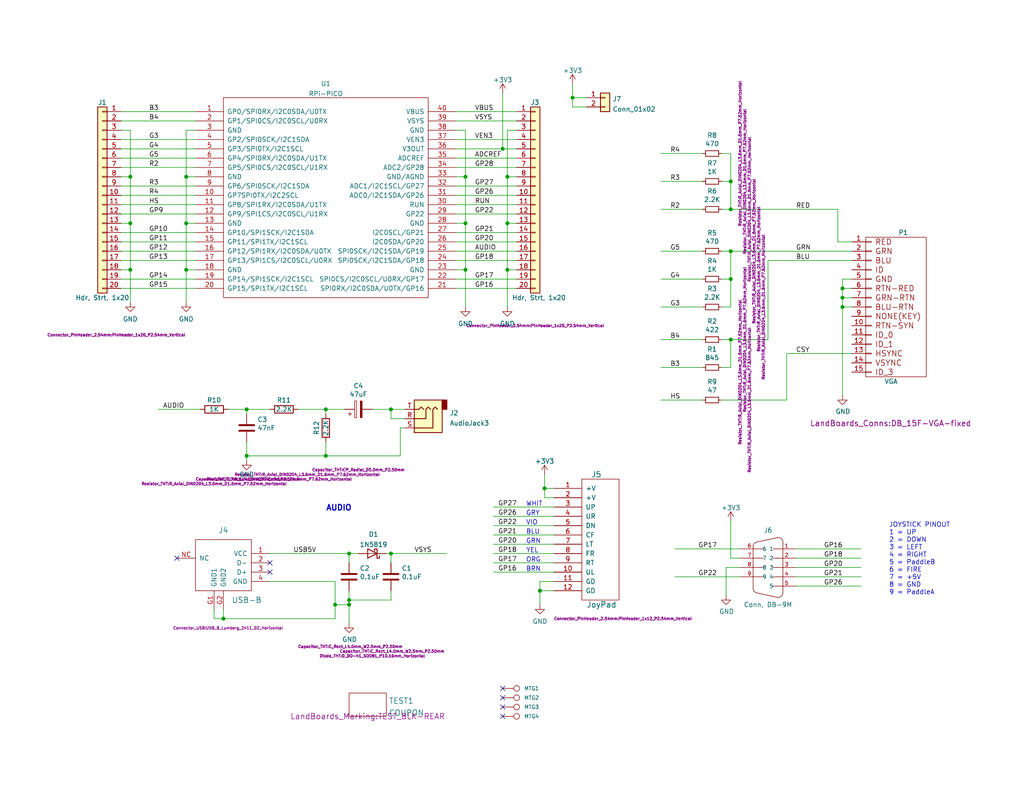
<source format=kicad_sch>
(kicad_sch (version 20211123) (generator eeschema)
  (paper "A")
  (title_block (title "PicoVGA01") (date "2022-07-18") (rev "1") (company "land-boards.com"))
  (lib_symbols
    (symbol "Connector:AudioJack3"
      (property "Reference" "J" (at 0 8.89 0))
      (property "Value" "AudioJack3" (at 0 6.35 0))
      (symbol "AudioJack3_0_1"
        (rectangle (start -5.08 -5.08) (end -6.35 -2.54) (stroke (width 0.254)) (fill (type outline)))
        (polyline (pts (xy 0 -2.54) (xy 0.635 -3.175) (xy 1.27 -2.54) (xy 2.54 -2.54)) (stroke (width 0.254)))
        (polyline (pts (xy -1.905 -2.54) (xy -1.27 -3.175) (xy -0.635 -2.54) (xy -0.635 0) (xy 2.54 0)) (stroke (width 0.254)))
        (polyline (pts (xy 2.54 2.54) (xy -2.54 2.54) (xy -2.54 -2.54) (xy -3.175 -3.175) (xy -3.81 -2.54)) (stroke (width 0.254)))
        (rectangle (start 2.54 3.81) (end -5.08 -5.08) (stroke (width 0.254)) (fill (type background)))
      )
      (symbol "AudioJack3_1_1"
        (pin passive line (at 5.08 0 180) (length 2.54) (name "~") (number "R"))
        (pin passive line (at 5.08 2.54 180) (length 2.54) (name "~") (number "S"))
        (pin passive line (at 5.08 -2.54 180) (length 2.54) (name "~") (number "T"))
      )
    )
    (symbol "Connector_Generic:Conn_01x02" (pin_names (offset 1.016) hide)
      (property "Reference" "J" (at 0 2.54 0))
      (property "Value" "Conn_01x02" (at 0 -5.08 0))
      (symbol "Conn_01x02_1_1"
        (rectangle (start -1.27 -2.413) (end 0 -2.667) (stroke (width 0.1524)))
        (rectangle (start -1.27 0.127) (end 0 -0.127) (stroke (width 0.1524)))
        (rectangle (start -1.27 1.27) (end 1.27 -3.81) (stroke (width 0.254)) (fill (type background)))
        (pin passive line (at -5.08 0 0) (length 3.81) (name "Pin_1") (number "1"))
        (pin passive line (at -5.08 -2.54 0) (length 3.81) (name "Pin_2") (number "2"))
      )
    )
    (symbol "Connector_Generic:Conn_01x20" (pin_names (offset 1.016) hide)
      (property "Reference" "J" (at 0 25.4 0))
      (property "Value" "Conn_01x20" (at 0 -27.94 0))
      (symbol "Conn_01x20_1_1"
        (rectangle (start -1.27 -25.273) (end 0 -25.527) (stroke (width 0.1524)))
        (rectangle (start -1.27 -22.733) (end 0 -22.987) (stroke (width 0.1524)))
        (rectangle (start -1.27 -20.193) (end 0 -20.447) (stroke (width 0.1524)))
        (rectangle (start -1.27 -17.653) (end 0 -17.907) (stroke (width 0.1524)))
        (rectangle (start -1.27 -15.113) (end 0 -15.367) (stroke (width 0.1524)))
        (rectangle (start -1.27 -12.573) (end 0 -12.827) (stroke (width 0.1524)))
        (rectangle (start -1.27 -10.033) (end 0 -10.287) (stroke (width 0.1524)))
        (rectangle (start -1.27 -7.493) (end 0 -7.747) (stroke (width 0.1524)))
        (rectangle (start -1.27 -4.953) (end 0 -5.207) (stroke (width 0.1524)))
        (rectangle (start -1.27 -2.413) (end 0 -2.667) (stroke (width 0.1524)))
        (rectangle (start -1.27 0.127) (end 0 -0.127) (stroke (width 0.1524)))
        (rectangle (start -1.27 2.667) (end 0 2.413) (stroke (width 0.1524)))
        (rectangle (start -1.27 5.207) (end 0 4.953) (stroke (width 0.1524)))
        (rectangle (start -1.27 7.747) (end 0 7.493) (stroke (width 0.1524)))
        (rectangle (start -1.27 10.287) (end 0 10.033) (stroke (width 0.1524)))
        (rectangle (start -1.27 12.827) (end 0 12.573) (stroke (width 0.1524)))
        (rectangle (start -1.27 15.367) (end 0 15.113) (stroke (width 0.1524)))
        (rectangle (start -1.27 17.907) (end 0 17.653) (stroke (width 0.1524)))
        (rectangle (start -1.27 20.447) (end 0 20.193) (stroke (width 0.1524)))
        (rectangle (start -1.27 22.987) (end 0 22.733) (stroke (width 0.1524)))
        (rectangle (start -1.27 24.13) (end 1.27 -26.67) (stroke (width 0.254)) (fill (type background)))
        (pin passive line (at -5.08 22.86 0) (length 3.81) (name "Pin_1") (number "1"))
        (pin passive line (at -5.08 0 0) (length 3.81) (name "Pin_10") (number "10"))
        (pin passive line (at -5.08 -2.54 0) (length 3.81) (name "Pin_11") (number "11"))
        (pin passive line (at -5.08 -5.08 0) (length 3.81) (name "Pin_12") (number "12"))
        (pin passive line (at -5.08 -7.62 0) (length 3.81) (name "Pin_13") (number "13"))
        (pin passive line (at -5.08 -10.16 0) (length 3.81) (name "Pin_14") (number "14"))
        (pin passive line (at -5.08 -12.7 0) (length 3.81) (name "Pin_15") (number "15"))
        (pin passive line (at -5.08 -15.24 0) (length 3.81) (name "Pin_16") (number "16"))
        (pin passive line (at -5.08 -17.78 0) (length 3.81) (name "Pin_17") (number "17"))
        (pin passive line (at -5.08 -20.32 0) (length 3.81) (name "Pin_18") (number "18"))
        (pin passive line (at -5.08 -22.86 0) (length 3.81) (name "Pin_19") (number "19"))
        (pin passive line (at -5.08 20.32 0) (length 3.81) (name "Pin_2") (number "2"))
        (pin passive line (at -5.08 -25.4 0) (length 3.81) (name "Pin_20") (number "20"))
        (pin passive line (at -5.08 17.78 0) (length 3.81) (name "Pin_3") (number "3"))
        (pin passive line (at -5.08 15.24 0) (length 3.81) (name "Pin_4") (number "4"))
        (pin passive line (at -5.08 12.7 0) (length 3.81) (name "Pin_5") (number "5"))
        (pin passive line (at -5.08 10.16 0) (length 3.81) (name "Pin_6") (number "6"))
        (pin passive line (at -5.08 7.62 0) (length 3.81) (name "Pin_7") (number "7"))
        (pin passive line (at -5.08 5.08 0) (length 3.81) (name "Pin_8") (number "8"))
        (pin passive line (at -5.08 2.54 0) (length 3.81) (name "Pin_9") (number "9"))
      )
    )
    (symbol "Device:C" (pin_numbers hide) (pin_names (offset 0.254))
      (property "Reference" "C" (at 0.635 2.54 0))
      (property "Value" "C" (at 0.635 -2.54 0))
      (symbol "C_0_1"
        (polyline (pts (xy -2.032 -0.762) (xy 2.032 -0.762)) (stroke (width 0.508)))
        (polyline (pts (xy -2.032 0.762) (xy 2.032 0.762)) (stroke (width 0.508)))
      )
      (symbol "C_1_1"
        (pin passive line (at 0 3.81 270) (length 2.794) (name "~") (number "1"))
        (pin passive line (at 0 -3.81 90) (length 2.794) (name "~") (number "2"))
      )
    )
    (symbol "Device:C_Polarized" (pin_numbers hide) (pin_names (offset 0.254))
      (property "Reference" "C" (at 0.635 2.54 0))
      (property "Value" "C_Polarized" (at 0.635 -2.54 0))
      (symbol "C_Polarized_0_1"
        (rectangle (start -2.286 0.508) (end 2.286 1.016))
        (polyline (pts (xy -1.778 2.286) (xy -0.762 2.286)))
        (polyline (pts (xy -1.27 2.794) (xy -1.27 1.778)))
        (rectangle (start 2.286 -0.508) (end -2.286 -1.016) (fill (type outline)))
      )
      (symbol "C_Polarized_1_1"
        (pin passive line (at 0 3.81 270) (length 2.794) (name "~") (number "1"))
        (pin passive line (at 0 -3.81 90) (length 2.794) (name "~") (number "2"))
      )
    )
    (symbol "Device:D_Schottky" (pin_numbers hide) (pin_names (offset 1.016) hide)
      (property "Reference" "D" (at 0 2.54 0))
      (property "Value" "D_Schottky" (at 0 -2.54 0))
      (symbol "D_Schottky_0_1"
        (polyline (pts (xy 1.27 0) (xy -1.27 0)))
        (polyline (pts (xy 1.27 1.27) (xy 1.27 -1.27) (xy -1.27 0) (xy 1.27 1.27)) (stroke (width 0.254)))
        (polyline (pts (xy -1.905 0.635) (xy -1.905 1.27) (xy -1.27 1.27) (xy -1.27 -1.27) (xy -0.635 -1.27) (xy -0.635 -0.635)) (stroke (width 0.254)))
      )
      (symbol "D_Schottky_1_1"
        (pin passive line (at -3.81 0 0) (length 2.54) (name "K") (number "1"))
        (pin passive line (at 3.81 0 180) (length 2.54) (name "A") (number "2"))
      )
    )
    (symbol "Device:R" (pin_numbers hide) (pin_names (offset 0))
      (property "Reference" "R" (at 2.032 0 90))
      (property "Value" "R" (at 0 0 90))
      (symbol "R_0_1"
        (rectangle (start -1.016 -2.54) (end 1.016 2.54) (stroke (width 0.254)))
      )
      (symbol "R_1_1"
        (pin passive line (at 0 3.81 270) (length 1.27) (name "~") (number "1"))
        (pin passive line (at 0 -3.81 90) (length 1.27) (name "~") (number "2"))
      )
    )
    (symbol "Device:R_Small" (pin_numbers hide) (pin_names (offset 0.254) hide)
      (property "Reference" "R" (at 0.762 0.508 0))
      (property "Value" "R_Small" (at 0.762 -1.016 0))
      (symbol "R_Small_0_1"
        (rectangle (start -0.762 1.778) (end 0.762 -1.778) (stroke (width 0.2032)))
      )
      (symbol "R_Small_1_1"
        (pin passive line (at 0 2.54 270) (length 0.762) (name "~") (number "1"))
        (pin passive line (at 0 -2.54 90) (length 0.762) (name "~") (number "2"))
      )
    )
    (symbol "LandBoards:COUPON" (pin_names (offset 1.016))
      (property "Reference" "COUP?" (at 0 0 0))
      (property "Value" "COUPON" (at 0 0 0))
      (symbol "COUPON_0_1"
        (rectangle (start -5.08 0) (end 5.08 6.35))
      )
    )
    (symbol "LandBoards_Cards:JoyPad" (pin_names (offset 1.016))
      (property "Reference" "BRD" (at 1.27 17.78 0))
      (property "Value" "JoyPad" (at 0 -17.78 0))
      (symbol "JoyPad_0_0"
        (rectangle (start -5.08 16.51) (end 5.08 -16.51))
      )
      (symbol "JoyPad_1_1"
        (pin power_in line (at 12.7 13.97 180) (length 7.62) (name "+V") (number "1"))
        (pin output line (at 12.7 -8.89 180) (length 7.62) (name "UL") (number "10"))
        (pin power_in line (at 12.7 -11.43 180) (length 7.62) (name "GD") (number "11"))
        (pin power_in line (at 12.7 -13.97 180) (length 7.62) (name "GD") (number "12"))
        (pin power_in line (at 12.7 11.43 180) (length 7.62) (name "+V") (number "2"))
        (pin output line (at 12.7 8.89 180) (length 7.62) (name "UP") (number "3"))
        (pin output line (at 12.7 6.35 180) (length 7.62) (name "UR") (number "4"))
        (pin output line (at 12.7 3.81 180) (length 7.62) (name "DN") (number "5"))
        (pin output line (at 12.7 1.27 180) (length 7.62) (name "CF") (number "6"))
        (pin output line (at 12.7 -1.27 180) (length 7.62) (name "LT") (number "7"))
        (pin output line (at 12.7 -3.81 180) (length 7.62) (name "FR") (number "8"))
        (pin output line (at 12.7 -6.35 180) (length 7.62) (name "RT") (number "9"))
      )
    )
    (symbol "LandBoards_Conns:USB-B" (pin_names (offset 1.016))
      (property "Reference" "J" (at 2.54 19.05 0))
      (property "Value" "LandBoards_Conns_USB-B" (at 5.08 2.54 0))
      (symbol "USB-B_0_1"
        (rectangle (start -8.89 3.81) (end 6.35 17.78))
      )
      (symbol "USB-B_1_1"
        (pin power_out line (at 11.43 13.97 180) (length 5.08) (name "VCC") (number "1"))
        (pin bidirectional line (at 11.43 11.43 180) (length 5.08) (name "D-") (number "2"))
        (pin bidirectional line (at 11.43 8.89 180) (length 5.08) (name "D+") (number "3"))
        (pin power_out line (at 11.43 6.35 180) (length 5.08) (name "GND") (number "4"))
        (pin passive line (at -3.81 -1.27 90) (length 5.08) (name "GND1") (number "G1"))
        (pin passive line (at -1.27 -1.27 90) (length 5.08) (name "GND2") (number "G2"))
        (pin power_in line (at -13.97 12.7 0) (length 5.08) (name "NC") (number "NC"))
      )
    )
    (symbol "LandBoards_Conns:VGA" (pin_names (offset 1.016) hide)
      (property "Reference" "P" (at -6.35 20.32 0))
      (property "Value" "VGA" (at -1.27 -20.32 0))
      (symbol "VGA_0_0"
        (text "BLU" (at -5.08 12.7 0) (effects (font (size 1.524 1.524)) (justify left)))
        (text "BLU-RTN" (at -5.08 0 0) (effects (font (size 1.524 1.524)) (justify left)))
        (text "GND" (at -5.08 7.62 0) (effects (font (size 1.524 1.524)) (justify left)))
        (text "GRN" (at -5.08 15.24 0) (effects (font (size 1.524 1.524)) (justify left)))
        (text "GRN-RTN" (at -5.08 2.54 0) (effects (font (size 1.524 1.524)) (justify left)))
        (text "HSYNC" (at -5.08 -12.7 0) (effects (font (size 1.524 1.524)) (justify left)))
        (text "ID" (at -5.08 10.16 0) (effects (font (size 1.524 1.524)) (justify left)))
        (text "ID_0" (at -5.08 -7.62 0) (effects (font (size 1.524 1.524)) (justify left)))
        (text "ID_1" (at -5.08 -10.16 0) (effects (font (size 1.524 1.524)) (justify left)))
        (text "ID_3" (at -5.08 -17.78 0) (effects (font (size 1.524 1.524)) (justify left)))
        (text "NONE(KEY)" (at -5.08 -2.54 0) (effects (font (size 1.524 1.524)) (justify left)))
        (text "RED" (at -5.08 17.78 0) (effects (font (size 1.524 1.524)) (justify left)))
        (text "RTN-RED" (at -5.08 5.08 0) (effects (font (size 1.524 1.524)) (justify left)))
        (text "RTN-SYN" (at -5.08 -5.08 0) (effects (font (size 1.524 1.524)) (justify left)))
        (text "VSYNC" (at -5.08 -15.24 0) (effects (font (size 1.524 1.524)) (justify left)))
      )
      (symbol "VGA_0_1"
        (rectangle (start -7.62 -17.653) (end -6.096 -17.907))
        (rectangle (start -7.62 -15.113) (end -6.096 -15.367))
        (rectangle (start -7.62 -12.573) (end -6.096 -12.827))
        (rectangle (start -7.62 -10.033) (end -6.096 -10.287))
        (rectangle (start -7.62 -7.493) (end -6.096 -7.747))
        (rectangle (start -7.62 -4.953) (end -6.096 -5.207))
        (rectangle (start -7.62 -2.413) (end -6.096 -2.667))
        (rectangle (start -7.62 0.127) (end -6.096 -0.127))
        (rectangle (start -7.62 2.667) (end -6.096 2.413))
        (rectangle (start -7.62 5.207) (end -6.096 4.953))
        (rectangle (start -7.62 7.747) (end -6.096 7.493))
        (rectangle (start -7.62 10.287) (end -6.096 10.033))
        (rectangle (start -7.62 12.827) (end -6.096 12.573))
        (rectangle (start -7.62 15.367) (end -6.096 15.113))
        (rectangle (start -7.62 17.907) (end -6.096 17.653))
        (rectangle (start -7.62 19.05) (end 8.89 -19.05))
      )
      (symbol "VGA_1_1"
        (pin passive line (at -11.43 17.78 0) (length 3.81) (name "P1") (number "1"))
        (pin passive line (at -11.43 -5.08 0) (length 3.81) (name "P10") (number "10"))
        (pin passive line (at -11.43 -7.62 0) (length 3.81) (name "P11") (number "11"))
        (pin passive line (at -11.43 -10.16 0) (length 3.81) (name "P12") (number "12"))
        (pin passive line (at -11.43 -12.7 0) (length 3.81) (name "P13") (number "13"))
        (pin passive line (at -11.43 -15.24 0) (length 3.81) (name "P14") (number "14"))
        (pin passive line (at -11.43 -17.78 0) (length 3.81) (name "P15") (number "15"))
        (pin passive line (at -11.43 15.24 0) (length 3.81) (name "P2") (number "2"))
        (pin passive line (at -11.43 12.7 0) (length 3.81) (name "P3") (number "3"))
        (pin passive line (at -11.43 10.16 0) (length 3.81) (name "P4") (number "4"))
        (pin passive line (at -11.43 7.62 0) (length 3.81) (name "P5") (number "5"))
        (pin passive line (at -11.43 5.08 0) (length 3.81) (name "P6") (number "6"))
        (pin passive line (at -11.43 2.54 0) (length 3.81) (name "P7") (number "7"))
        (pin passive line (at -11.43 0 0) (length 3.81) (name "P8") (number "8"))
        (pin passive line (at -11.43 -2.54 0) (length 3.81) (name "P9") (number "9"))
      )
    )
    (symbol "LandBoards_Semis:RPi-PICO" (pin_names (offset 1.016))
      (property "Reference" "U" (at 0 29.21 0))
      (property "Value" "RPi-PICO" (at 8.89 -30.48 0))
      (symbol "RPi-PICO_1_0"
        (rectangle (start -29.21 -29.21) (end 26.67 25.4))
      )
      (symbol "RPi-PICO_1_1"
        (pin bidirectional line (at -36.83 21.59 0) (length 7.62) (name "GP0/SPI0RX/I2C0SDA/U0TX") (number "1"))
        (pin bidirectional line (at -36.83 -1.27 0) (length 7.62) (name "GP7SPI0TX/I2C2SCL") (number "10"))
        (pin bidirectional line (at -36.83 -3.81 0) (length 7.62) (name "GP8/SPI1RX/I2C0SDA/U1TX") (number "11"))
        (pin bidirectional line (at -36.83 -6.35 0) (length 7.62) (name "GP9/SPI1CS/I2C0SCL/U1RX") (number "12"))
        (pin power_in line (at -36.83 -8.89 0) (length 7.62) (name "GND") (number "13"))
        (pin bidirectional line (at -36.83 -11.43 0) (length 7.62) (name "GP10/SPI1SCK/I2C1SDA") (number "14"))
        (pin bidirectional line (at -36.83 -13.97 0) (length 7.62) (name "GP11/SPI1TX/I2C1SCL") (number "15"))
        (pin bidirectional line (at -36.83 -16.51 0) (length 7.62) (name "GP12/SPI1RX/I2C0SDA/U0TX") (number "16"))
        (pin bidirectional line (at -36.83 -19.05 0) (length 7.62) (name "GP13/SPI1CS/I2C0SCL/U0RX") (number "17"))
        (pin power_in line (at -36.83 -21.59 0) (length 7.62) (name "GND") (number "18"))
        (pin bidirectional line (at -36.83 -24.13 0) (length 7.62) (name "GP14/SPI1SCK/I2C1SCL") (number "19"))
        (pin bidirectional line (at -36.83 19.05 0) (length 7.62) (name "GP1/SPI0CS/I2C0SCL/U0RX") (number "2"))
        (pin bidirectional line (at -36.83 -26.67 0) (length 7.62) (name "GP15/SPI1TX/I2C1SCL") (number "20"))
        (pin bidirectional line (at 34.29 -26.67 180) (length 7.62) (name "SPI0RX/I2C0SDA/U0TX/GP16") (number "21"))
        (pin bidirectional line (at 34.29 -24.13 180) (length 7.62) (name "SPI0CS/I2C0SCL/U0RX/GP17") (number "22"))
        (pin power_in line (at 34.29 -21.59 180) (length 7.62) (name "GND") (number "23"))
        (pin bidirectional line (at 34.29 -19.05 180) (length 7.62) (name "SPI0SCK/I2C1SDA/GP18") (number "24"))
        (pin bidirectional line (at 34.29 -16.51 180) (length 7.62) (name "SPI0SCK/I2C1SDA/GP19") (number "25"))
        (pin bidirectional line (at 34.29 -13.97 180) (length 7.62) (name "I2C0SDA/GP20") (number "26"))
        (pin bidirectional line (at 34.29 -11.43 180) (length 7.62) (name "I2C0SCL/GP21") (number "27"))
        (pin power_in line (at 34.29 -8.89 180) (length 7.62) (name "GND") (number "28"))
        (pin bidirectional line (at 34.29 -6.35 180) (length 7.62) (name "GP22") (number "29"))
        (pin power_in line (at -36.83 16.51 0) (length 7.62) (name "GND") (number "3"))
        (pin input line (at 34.29 -3.81 180) (length 7.62) (name "RUN") (number "30"))
        (pin bidirectional line (at 34.29 -1.27 180) (length 7.62) (name "ADC0/I2C1SDA/GP26") (number "31"))
        (pin bidirectional line (at 34.29 1.27 180) (length 7.62) (name "ADC1/I2C1SCL/GP27") (number "32"))
        (pin power_in line (at 34.29 3.81 180) (length 7.62) (name "GND/AGND") (number "33"))
        (pin bidirectional line (at 34.29 6.35 180) (length 7.62) (name "ADC2/GP28") (number "34"))
        (pin power_in line (at 34.29 8.89 180) (length 7.62) (name "ADCREF") (number "35"))
        (pin power_out line (at 34.29 11.43 180) (length 7.62) (name "V3OUT") (number "36"))
        (pin bidirectional line (at 34.29 13.97 180) (length 7.62) (name "VEN3") (number "37"))
        (pin power_in line (at 34.29 16.51 180) (length 7.62) (name "GND") (number "38"))
        (pin power_in line (at 34.29 19.05 180) (length 7.62) (name "VSYS") (number "39"))
        (pin bidirectional line (at -36.83 13.97 0) (length 7.62) (name "GP2/SPI0SCK/I2C1SDA") (number "4"))
        (pin power_out line (at 34.29 21.59 180) (length 7.62) (name "VBUS") (number "40"))
        (pin bidirectional line (at -36.83 11.43 0) (length 7.62) (name "GP3/SPI0TX/I2C1SCL") (number "5"))
        (pin bidirectional line (at -36.83 8.89 0) (length 7.62) (name "GP4/SPI0RX/I2C0SDA/U1TX") (number "6"))
        (pin bidirectional line (at -36.83 6.35 0) (length 7.62) (name "GP5/SPI0CS/I2C0SCL/U1RX") (number "7"))
        (pin power_in line (at -36.83 3.81 0) (length 7.62) (name "GND") (number "8"))
        (pin bidirectional line (at -36.83 1.27 0) (length 7.62) (name "GP6/SPI0SCK/I2C1SDA") (number "9"))
      )
    )
    (symbol "VGAX49-rescue:CONN_1-GRID49-rescue-PS2X49-rescue" (pin_numbers hide) (pin_names (offset 0.762) hide)
      (property "Reference" "P" (at 2.032 0 0))
      (symbol "CONN_1-GRID49-rescue-PS2X49-rescue_0_1"
        (polyline (pts (xy -0.762 0) (xy -1.27 0)))
        (circle (center 0 0) (radius 0.7874))
      )
      (symbol "CONN_1-GRID49-rescue-PS2X49-rescue_1_1"
        (pin passive line (at -3.81 0 0) (length 2.54) (name "1") (number "1"))
      )
    )
    (symbol "con-subd:M09H" (pin_names (offset 1.016))
      (property "Reference" "X" (at -3.81 8.89 0))
      (property "Value" "con-subd_M09H" (at -3.81 -10.795 0))
      (symbol "M09H_1_0"
        (polyline (pts (xy -4.064 5.6896) (xy -4.064 -5.6896)))
        (polyline (pts (xy -2.54 -2.54) (xy -1.27 -2.54)))
        (polyline (pts (xy -2.54 0) (xy -1.27 0)))
        (polyline (pts (xy -2.54 2.54) (xy -1.27 2.54)))
        (polyline (pts (xy -2.54 5.08) (xy -1.27 5.08)))
        (polyline (pts (xy 1.27 -5.08) (xy 2.54 -5.08)))
        (polyline (pts (xy 1.397 -2.54) (xy 2.667 -2.54)))
        (polyline (pts (xy 1.397 0) (xy 2.667 0)))
        (polyline (pts (xy 1.397 2.54) (xy 2.667 2.54)))
        (polyline (pts (xy 1.397 5.08) (xy 2.667 5.08)))
        (polyline (pts (xy 2.5146 -8.1534) (xy -3.048 -6.9342)))
        (polyline (pts (xy 2.5146 8.1534) (xy -3.048 6.9342)))
        (polyline (pts (xy 4.064 6.9088) (xy 4.064 -6.9088)))
      )
      (symbol "M09H_1_1"
        (arc (start -4.064 -5.6896) (mid -3.7777 -6.4929) (end -3.048 -6.9342))
        (arc (start -3.048 6.9342) (mid -3.7779 6.493) (end -4.064 5.6896))
        (arc (start 2.5146 -8.1534) (mid 3.572 -7.8928) (end 4.0386 -6.9088))
        (arc (start 4.064 6.9088) (mid 3.5866 7.9013) (end 2.5146 8.1534))
        (pin passive line (at 7.62 5.08 180) (length 5.08) (name "1") (number "1"))
        (pin passive line (at 7.62 2.54 180) (length 5.08) (name "2") (number "2"))
        (pin passive line (at 7.62 0 180) (length 5.08) (name "3") (number "3"))
        (pin passive line (at 7.62 -2.54 180) (length 5.08) (name "4") (number "4"))
        (pin passive line (at 7.62 -5.08 180) (length 5.08) (name "5") (number "5"))
        (pin passive line (at -7.62 5.08 0) (length 5.08) (name "6") (number "6"))
        (pin passive line (at -7.62 2.54 0) (length 5.08) (name "7") (number "7"))
        (pin passive line (at -7.62 0 0) (length 5.08) (name "8") (number "8"))
        (pin passive line (at -7.62 -2.54 0) (length 5.08) (name "9") (number "9"))
      )
    )
    (symbol "power:+3.3V" (power) (pin_names (offset 0))
      (property "Value" "+3.3V" (at 0 3.556 0))
      (symbol "+3.3V_0_1"
        (polyline (pts (xy -0.762 1.27) (xy 0 2.54)))
        (polyline (pts (xy 0 0) (xy 0 2.54)))
        (polyline (pts (xy 0 2.54) (xy 0.762 1.27)))
      )
      (symbol "+3.3V_1_1"
        (pin power_in line (at 0 0 90) (length 0) hide (name "+3V3") (number "1"))
      )
    )
    (symbol "power:GND" (power) (pin_names (offset 0))
      (property "Value" "GND" (at 0 -3.81 0))
      (symbol "GND_0_1"
        (polyline (pts (xy 0 0) (xy 0 -1.27) (xy 1.27 -1.27) (xy 0 -2.54) (xy -1.27 -1.27) (xy 0 -1.27)))
      )
      (symbol "GND_1_1"
        (pin power_in line (at 0 0 270) (length 0) hide (name "GND") (number "1"))
      )
    )
  )
  (junction (at 50.8 73.66))
  (junction (at 137.16 40.64))
  (junction (at 67.31 124.46))
  (junction (at 95.25 165.1))
  (junction (at 199.39 68.58))
  (junction (at 50.8 60.96))
  (junction (at 50.8 48.26))
  (junction (at 106.68 151.13))
  (junction (at 88.9 124.46))
  (junction (at 199.39 57.15))
  (junction (at 91.44 165.1))
  (junction (at 67.31 111.76))
  (junction (at 106.68 111.76))
  (junction (at 156.21 26.67))
  (junction (at 95.25 151.13))
  (junction (at 138.43 48.26))
  (junction (at 148.59 133.35))
  (junction (at 138.43 60.96))
  (junction (at 229.87 83.82))
  (junction (at 35.56 48.26))
  (junction (at 199.39 49.53))
  (junction (at 147.32 161.29))
  (junction (at 95.25 163.83))
  (junction (at 229.87 81.28))
  (junction (at 199.39 76.2))
  (junction (at 127 48.26))
  (junction (at 127 73.66))
  (junction (at 88.9 111.76))
  (junction (at 127 60.96))
  (junction (at 138.43 73.66))
  (junction (at 35.56 73.66))
  (junction (at 199.39 92.71))
  (junction (at 60.96 168.91))
  (junction (at 35.56 60.96))
  (junction (at 229.87 78.74))
  (no_connect (at 137.16 187.96))
  (no_connect (at 73.66 156.21))
  (no_connect (at 137.16 195.58))
  (no_connect (at 48.26 152.4))
  (no_connect (at 73.66 153.67))
  (no_connect (at 137.16 190.5))
  (no_connect (at 137.16 193.04))
  (wire (pts (xy 35.56 60.96) (xy 35.56 73.66)))
  (wire (pts (xy 138.43 35.56) (xy 138.43 48.26)))
  (wire (pts (xy 199.39 49.53) (xy 199.39 57.15)))
  (wire (pts (xy 33.02 53.34) (xy 53.34 53.34)))
  (wire (pts (xy 67.31 113.03) (xy 67.31 111.76)))
  (wire (pts (xy 147.32 158.75) (xy 151.13 158.75)))
  (wire (pts (xy 138.43 60.96) (xy 140.97 60.96)))
  (wire (pts (xy 91.44 168.91) (xy 91.44 165.1)))
  (wire (pts (xy 33.02 66.04) (xy 53.34 66.04)))
  (wire (pts (xy 95.25 163.83) (xy 95.25 165.1)))
  (wire (pts (xy 110.49 116.84) (xy 109.22 116.84)))
  (wire (pts (xy 33.02 76.2) (xy 53.34 76.2)))
  (wire (pts (xy 50.8 73.66) (xy 50.8 82.55)))
  (wire (pts (xy 217.17 149.86) (xy 234.95 149.86)))
  (wire (pts (xy 33.02 78.74) (xy 53.34 78.74)))
  (wire (pts (xy 33.02 43.18) (xy 53.34 43.18)))
  (wire (pts (xy 58.42 166.37) (xy 58.42 168.91)))
  (wire (pts (xy 199.39 100.33) (xy 199.39 92.71)))
  (wire (pts (xy 106.68 111.76) (xy 110.49 111.76)))
  (wire (pts (xy 140.97 58.42) (xy 124.46 58.42)))
  (wire (pts (xy 95.25 151.13) (xy 97.79 151.13)))
  (wire (pts (xy 232.41 83.82) (xy 229.87 83.82)))
  (wire (pts (xy 33.02 40.64) (xy 53.34 40.64)))
  (wire (pts (xy 151.13 138.43) (xy 134.62 138.43)))
  (wire (pts (xy 151.13 146.05) (xy 134.62 146.05)))
  (wire (pts (xy 148.59 129.54) (xy 148.59 133.35)))
  (wire (pts (xy 140.97 55.88) (xy 124.46 55.88)))
  (wire (pts (xy 148.59 133.35) (xy 148.59 135.89)))
  (wire (pts (xy 88.9 111.76) (xy 88.9 113.03)))
  (wire (pts (xy 127 73.66) (xy 127 83.82)))
  (wire (pts (xy 33.02 38.1) (xy 53.34 38.1)))
  (wire (pts (xy 160.02 26.67) (xy 156.21 26.67)))
  (wire (pts (xy 156.21 26.67) (xy 156.21 22.86)))
  (wire (pts (xy 50.8 60.96) (xy 50.8 73.66)))
  (wire (pts (xy 140.97 78.74) (xy 124.46 78.74)))
  (wire (pts (xy 147.32 161.29) (xy 151.13 161.29)))
  (wire (pts (xy 140.97 30.48) (xy 124.46 30.48)))
  (wire (pts (xy 199.39 76.2) (xy 199.39 83.82)))
  (wire (pts (xy 140.97 76.2) (xy 124.46 76.2)))
  (wire (pts (xy 199.39 152.4) (xy 199.39 142.24)))
  (wire (pts (xy 62.23 111.76) (xy 67.31 111.76)))
  (wire (pts (xy 196.85 100.33) (xy 199.39 100.33)))
  (wire (pts (xy 217.17 160.02) (xy 234.95 160.02)))
  (wire (pts (xy 229.87 81.28) (xy 232.41 81.28)))
  (wire (pts (xy 199.39 57.15) (xy 228.6 57.15)))
  (wire (pts (xy 33.02 63.5) (xy 53.34 63.5)))
  (wire (pts (xy 138.43 48.26) (xy 140.97 48.26)))
  (wire (pts (xy 95.25 163.83) (xy 106.68 163.83)))
  (wire (pts (xy 196.85 49.53) (xy 199.39 49.53)))
  (wire (pts (xy 67.31 124.46) (xy 67.31 125.73)))
  (wire (pts (xy 50.8 48.26) (xy 50.8 60.96)))
  (wire (pts (xy 50.8 35.56) (xy 50.8 48.26)))
  (wire (pts (xy 60.96 168.91) (xy 60.96 166.37)))
  (wire (pts (xy 151.13 153.67) (xy 134.62 153.67)))
  (wire (pts (xy 33.02 58.42) (xy 53.34 58.42)))
  (wire (pts (xy 184.15 149.86) (xy 201.93 149.86)))
  (wire (pts (xy 196.85 57.15) (xy 199.39 57.15)))
  (wire (pts (xy 196.85 68.58) (xy 199.39 68.58)))
  (wire (pts (xy 140.97 33.02) (xy 124.46 33.02)))
  (wire (pts (xy 33.02 48.26) (xy 35.56 48.26)))
  (wire (pts (xy 138.43 48.26) (xy 138.43 60.96)))
  (wire (pts (xy 229.87 83.82) (xy 229.87 107.95)))
  (wire (pts (xy 138.43 60.96) (xy 138.43 73.66)))
  (wire (pts (xy 101.6 111.76) (xy 106.68 111.76)))
  (wire (pts (xy 140.97 66.04) (xy 124.46 66.04)))
  (wire (pts (xy 33.02 30.48) (xy 53.34 30.48)))
  (wire (pts (xy 50.8 60.96) (xy 53.34 60.96)))
  (wire (pts (xy 35.56 73.66) (xy 35.56 82.55)))
  (wire (pts (xy 124.46 60.96) (xy 127 60.96)))
  (wire (pts (xy 109.22 116.84) (xy 109.22 124.46)))
  (wire (pts (xy 180.34 109.22) (xy 191.77 109.22)))
  (wire (pts (xy 137.16 25.4) (xy 137.16 40.64)))
  (wire (pts (xy 156.21 29.21) (xy 156.21 26.67)))
  (wire (pts (xy 106.68 153.67) (xy 106.68 151.13)))
  (wire (pts (xy 73.66 158.75) (xy 91.44 158.75)))
  (wire (pts (xy 232.41 96.52) (xy 214.63 96.52)))
  (wire (pts (xy 106.68 163.83) (xy 106.68 161.29)))
  (wire (pts (xy 214.63 109.22) (xy 214.63 96.52)))
  (wire (pts (xy 58.42 168.91) (xy 60.96 168.91)))
  (wire (pts (xy 148.59 135.89) (xy 151.13 135.89)))
  (wire (pts (xy 147.32 161.29) (xy 147.32 158.75)))
  (wire (pts (xy 33.02 55.88) (xy 53.34 55.88)))
  (wire (pts (xy 140.97 50.8) (xy 124.46 50.8)))
  (wire (pts (xy 191.77 83.82) (xy 180.34 83.82)))
  (wire (pts (xy 199.39 92.71) (xy 196.85 92.71)))
  (wire (pts (xy 217.17 152.4) (xy 234.95 152.4)))
  (wire (pts (xy 60.96 168.91) (xy 91.44 168.91)))
  (wire (pts (xy 151.13 151.13) (xy 134.62 151.13)))
  (wire (pts (xy 229.87 81.28) (xy 229.87 83.82)))
  (wire (pts (xy 33.02 68.58) (xy 53.34 68.58)))
  (wire (pts (xy 124.46 35.56) (xy 127 35.56)))
  (wire (pts (xy 232.41 76.2) (xy 229.87 76.2)))
  (wire (pts (xy 147.32 165.1) (xy 147.32 161.29)))
  (wire (pts (xy 140.97 38.1) (xy 124.46 38.1)))
  (wire (pts (xy 91.44 158.75) (xy 91.44 165.1)))
  (wire (pts (xy 67.31 120.65) (xy 67.31 124.46)))
  (wire (pts (xy 191.77 92.71) (xy 180.34 92.71)))
  (wire (pts (xy 33.02 35.56) (xy 35.56 35.56)))
  (wire (pts (xy 33.02 50.8) (xy 53.34 50.8)))
  (wire (pts (xy 199.39 68.58) (xy 232.41 68.58)))
  (wire (pts (xy 196.85 109.22) (xy 214.63 109.22)))
  (wire (pts (xy 199.39 68.58) (xy 199.39 76.2)))
  (wire (pts (xy 73.66 151.13) (xy 95.25 151.13)))
  (wire (pts (xy 33.02 73.66) (xy 35.56 73.66)))
  (wire (pts (xy 232.41 78.74) (xy 229.87 78.74)))
  (wire (pts (xy 124.46 73.66) (xy 127 73.66)))
  (wire (pts (xy 229.87 78.74) (xy 229.87 81.28)))
  (wire (pts (xy 140.97 71.12) (xy 124.46 71.12)))
  (wire (pts (xy 33.02 71.12) (xy 53.34 71.12)))
  (wire (pts (xy 191.77 41.91) (xy 180.34 41.91)))
  (wire (pts (xy 106.68 114.3) (xy 110.49 114.3)))
  (wire (pts (xy 33.02 60.96) (xy 35.56 60.96)))
  (wire (pts (xy 106.68 111.76) (xy 106.68 114.3)))
  (wire (pts (xy 198.12 154.94) (xy 198.12 162.56)))
  (wire (pts (xy 151.13 140.97) (xy 134.62 140.97)))
  (wire (pts (xy 127 35.56) (xy 127 48.26)))
  (wire (pts (xy 50.8 48.26) (xy 53.34 48.26)))
  (wire (pts (xy 81.28 111.76) (xy 88.9 111.76)))
  (wire (pts (xy 33.02 45.72) (xy 53.34 45.72)))
  (wire (pts (xy 196.85 83.82) (xy 199.39 83.82)))
  (wire (pts (xy 209.55 71.12) (xy 209.55 92.71)))
  (wire (pts (xy 151.13 156.21) (xy 134.62 156.21)))
  (wire (pts (xy 151.13 143.51) (xy 134.62 143.51)))
  (wire (pts (xy 95.25 161.29) (xy 95.25 163.83)))
  (wire (pts (xy 199.39 41.91) (xy 199.39 49.53)))
  (wire (pts (xy 196.85 76.2) (xy 199.39 76.2)))
  (wire (pts (xy 217.17 157.48) (xy 234.95 157.48)))
  (wire (pts (xy 229.87 76.2) (xy 229.87 78.74)))
  (wire (pts (xy 191.77 76.2) (xy 180.34 76.2)))
  (wire (pts (xy 43.18 111.76) (xy 54.61 111.76)))
  (wire (pts (xy 191.77 49.53) (xy 180.34 49.53)))
  (wire (pts (xy 137.16 40.64) (xy 124.46 40.64)))
  (wire (pts (xy 191.77 57.15) (xy 180.34 57.15)))
  (wire (pts (xy 106.68 151.13) (xy 121.92 151.13)))
  (wire (pts (xy 148.59 133.35) (xy 151.13 133.35)))
  (wire (pts (xy 228.6 57.15) (xy 228.6 66.04)))
  (wire (pts (xy 95.25 151.13) (xy 95.25 153.67)))
  (wire (pts (xy 67.31 124.46) (xy 88.9 124.46)))
  (wire (pts (xy 140.97 63.5) (xy 124.46 63.5)))
  (wire (pts (xy 88.9 120.65) (xy 88.9 124.46)))
  (wire (pts (xy 191.77 100.33) (xy 180.34 100.33)))
  (wire (pts (xy 196.85 41.91) (xy 199.39 41.91)))
  (wire (pts (xy 35.56 48.26) (xy 35.56 60.96)))
  (wire (pts (xy 140.97 53.34) (xy 124.46 53.34)))
  (wire (pts (xy 88.9 124.46) (xy 109.22 124.46)))
  (wire (pts (xy 35.56 35.56) (xy 35.56 48.26)))
  (wire (pts (xy 91.44 165.1) (xy 95.25 165.1)))
  (wire (pts (xy 232.41 71.12) (xy 209.55 71.12)))
  (wire (pts (xy 184.15 157.48) (xy 201.93 157.48)))
  (wire (pts (xy 217.17 154.94) (xy 234.95 154.94)))
  (wire (pts (xy 53.34 35.56) (xy 50.8 35.56)))
  (wire (pts (xy 88.9 111.76) (xy 93.98 111.76)))
  (wire (pts (xy 127 48.26) (xy 127 60.96)))
  (wire (pts (xy 209.55 92.71) (xy 199.39 92.71)))
  (wire (pts (xy 124.46 48.26) (xy 127 48.26)))
  (wire (pts (xy 140.97 35.56) (xy 138.43 35.56)))
  (wire (pts (xy 50.8 73.66) (xy 53.34 73.66)))
  (wire (pts (xy 140.97 68.58) (xy 124.46 68.58)))
  (wire (pts (xy 140.97 43.18) (xy 124.46 43.18)))
  (wire (pts (xy 95.25 165.1) (xy 95.25 170.18)))
  (wire (pts (xy 228.6 66.04) (xy 232.41 66.04)))
  (wire (pts (xy 138.43 73.66) (xy 140.97 73.66)))
  (wire (pts (xy 160.02 29.21) (xy 156.21 29.21)))
  (wire (pts (xy 140.97 45.72) (xy 124.46 45.72)))
  (wire (pts (xy 127 60.96) (xy 127 73.66)))
  (wire (pts (xy 191.77 68.58) (xy 180.34 68.58)))
  (wire (pts (xy 201.93 152.4) (xy 199.39 152.4)))
  (wire (pts (xy 151.13 148.59) (xy 134.62 148.59)))
  (wire (pts (xy 33.02 33.02) (xy 53.34 33.02)))
  (wire (pts (xy 138.43 73.66) (xy 138.43 83.82)))
  (wire (pts (xy 105.41 151.13) (xy 106.68 151.13)))
  (wire (pts (xy 140.97 40.64) (xy 137.16 40.64)))
  (wire (pts (xy 67.31 111.76) (xy 73.66 111.76)))
  (wire (pts (xy 198.12 154.94) (xy 201.93 154.94)))
  (text "GRY" (at 143.51 140.97 0) (effects (font (size 1.27 1.27)) (justify left bottom)))
  (text "GRN" (at 143.51 148.59 0) (effects (font (size 1.27 1.27)) (justify left bottom)))
  (text "ORG" (at 143.51 153.67 0) (effects (font (size 1.27 1.27)) (justify left bottom)))
  (text "JOYSTICK PINOUT\n1 = UP\n2 = DOWN\n3 = LEFT\n4 = RIGHT\n5 = PaddleB\n6 = FIRE\n7 = +5V\n8 = GND \n9 = PaddleA" (at 242.57 162.56 0) (effects (font (size 1.27 1.27)) (justify left bottom)))
  (text "BRN" (at 143.51 156.21 0) (effects (font (size 1.27 1.27)) (justify left bottom)))
  (text "WHIT" (at 143.51 138.43 0) (effects (font (size 1.27 1.27)) (justify left bottom)))
  (text "YEL" (at 143.51 151.13 0) (effects (font (size 1.27 1.27)) (justify left bottom)))
  (text "BLU" (at 143.51 146.05 0) (effects (font (size 1.27 1.27)) (justify left bottom)))
  (text "VIO" (at 143.51 143.51 0) (effects (font (size 1.27 1.27)) (justify left bottom)))
  (text "AUDIO" (at 88.9 139.7 0) (effects (font (size 1.524 1.524) (thickness 0.3048) bold) (justify left bottom)))
  (label "B3" (at 40.64 30.48 0))
  (label "VSYS" (at 113.03 151.13 0))
  (label "GP9" (at 40.64 58.42 0))
  (label "USB5V" (at 80.01 151.13 0))
  (label "R3" (at 182.88 49.53 0))
  (label "B4" (at 182.88 92.71 0))
  (label "CSY" (at 217.17 96.52 0))
  (label "VBUS" (at 129.54 30.48 0))
  (label "GP18" (at 129.54 71.12 0))
  (label "B3" (at 182.88 100.33 0))
  (label "GP17" (at 129.54 76.2 0))
  (label "G5" (at 40.64 43.18 0))
  (label "GRN" (at 217.17 68.58 0))
  (label "GP17" (at 135.89 153.67 0))
  (label "VEN3" (at 129.54 38.1 0))
  (label "GP18" (at 135.89 151.13 0))
  (label "GP14" (at 40.64 76.2 0))
  (label "GP16" (at 129.54 78.74 0))
  (label "AUDIO" (at 44.45 111.76 0))
  (label "R2" (at 182.88 57.15 0))
  (label "GP11" (at 40.64 66.04 0))
  (label "GP18" (at 224.79 152.4 0))
  (label "GP20" (at 129.54 66.04 0))
  (label "G3" (at 40.64 38.1 0))
  (label "R3" (at 40.64 50.8 0))
  (label "G4" (at 182.88 76.2 0))
  (label "HS" (at 182.88 109.22 0))
  (label "GP22" (at 135.89 143.51 0))
  (label "ADCREF" (at 129.54 43.18 0))
  (label "GP21" (at 224.79 157.48 0))
  (label "GP15" (at 40.64 78.74 0))
  (label "GP27" (at 129.54 50.8 0))
  (label "GP12" (at 40.64 68.58 0))
  (label "GP27" (at 135.89 138.43 0))
  (label "GP21" (at 129.54 63.5 0))
  (label "HS" (at 40.64 55.88 0))
  (label "RED" (at 217.17 57.15 0))
  (label "GP26" (at 224.79 160.02 0))
  (label "GP22" (at 129.54 58.42 0))
  (label "G4" (at 40.64 40.64 0))
  (label "GP21" (at 135.89 146.05 0))
  (label "GP26" (at 135.89 140.97 0))
  (label "R4" (at 40.64 53.34 0))
  (label "GP13" (at 40.64 71.12 0))
  (label "GP16" (at 224.79 149.86 0))
  (label "GP10" (at 40.64 63.5 0))
  (label "GP22" (at 190.5 157.48 0))
  (label "G3" (at 182.88 83.82 0))
  (label "GP28" (at 129.54 45.72 0))
  (label "VSYS" (at 129.54 33.02 0))
  (label "R2" (at 40.64 45.72 0))
  (label "G5" (at 182.88 68.58 0))
  (label "GP16" (at 135.89 156.21 0))
  (label "GP20" (at 224.79 154.94 0))
  (label "AUDIO" (at 129.54 68.58 0))
  (label "B4" (at 40.64 33.02 0))
  (label "RUN" (at 129.54 55.88 0))
  (label "GP17" (at 190.5 149.86 0))
  (label "BLU" (at 217.17 71.12 0))
  (label "R4" (at 182.88 41.91 0))
  (label "GP26" (at 129.54 53.34 0))
  (label "GP20" (at 135.89 148.59 0))
  (symbol (lib_id "VGAX49-rescue:CONN_1-GRID49-rescue-PS2X49-rescue") (at 140.97 187.96 0) (unit 1)
    (property "Reference" "MTG1" (at 143.002 187.96 0) (effects (font (size 1.016 1.016)) (justify left)))
    (property "Value" "CONN_1" (effects hide))
    (property "Footprint" "MTG-4-40" (effects hide))
  )
  (symbol (lib_id "VGAX49-rescue:CONN_1-GRID49-rescue-PS2X49-rescue") (at 140.97 190.5 0) (unit 1)
    (property "Reference" "MTG2" (at 143.002 190.5 0) (effects (font (size 1.016 1.016)) (justify left)))
    (property "Value" "CONN_1" (effects hide))
    (property "Footprint" "MTG-4-40" (effects hide))
  )
  (symbol (lib_id "VGAX49-rescue:CONN_1-GRID49-rescue-PS2X49-rescue") (at 140.97 195.58 0) (unit 1)
    (property "Reference" "MTG4" (at 143.002 195.58 0) (effects (font (size 1.016 1.016)) (justify left)))
    (property "Value" "CONN_1" (effects hide))
    (property "Footprint" "MTG-4-40" (effects hide))
  )
  (symbol (lib_id "VGAX49-rescue:CONN_1-GRID49-rescue-PS2X49-rescue") (at 140.97 193.04 0) (unit 1)
    (property "Reference" "MTG3" (at 143.002 193.04 0) (effects (font (size 1.016 1.016)) (justify left)))
    (property "Value" "CONN_1" (effects hide))
    (property "Footprint" "MTG-4-40" (effects hide))
  )
  (symbol (lib_id "LandBoards_Conns:VGA") (at 243.84 83.82 0) (unit 1)
    (property "Reference" "P1" (at 245.11 63.5 0) (effects (justify left)))
    (property "Value" "VGA" (at 241.3 104.14 0) (effects (justify left)))
    (property "Footprint" "LandBoards_Conns:DB_15F-VGA-fixed" (at 220.98 115.57 0) (effects (font (size 1.524 1.524)) (justify left)))
    (property "Datasheet" "https://www.mouser.com/ProductDetail/587-634-015-274-906" (effects hide))
  )
  (symbol (lib_id "power:GND") (at 229.87 107.95 0) (unit 1)
    (property "Reference" "#PWR02" (effects hide))
    (property "Value" "GND" (at 229.997 112.3442 0))
  )
  (symbol (lib_id "Device:R_Small") (at 194.31 41.91 270) (unit 1)
    (property "Reference" "R8" (at 194.31 36.9316 90))
    (property "Value" "470" (at 194.31 39.243 90))
    (property "Footprint" "Resistor_THT:R_Axial_DIN0204_L3.6mm_D1.6mm_P7.62mm_Horizontal" (at 201.93 41.91 0) (effects (font (size 0.762 0.762))))
    (property "Datasheet" "https://www.mouser.com/ProductDetail/Xicon/270-470-RC?qs=AydNPRi2iNsu34dT0hPNAw%3D%3D" (effects hide))
  )
  (symbol (lib_id "Device:R_Small") (at 194.31 49.53 270) (unit 1)
    (property "Reference" "R7" (at 194.31 44.5516 90))
    (property "Value" "1K" (at 194.31 46.863 90))
    (property "Footprint" "Resistor_THT:R_Axial_DIN0204_L3.6mm_D1.6mm_P7.62mm_Horizontal" (at 203.2 49.53 0) (effects (font (size 0.762 0.762))))
    (property "Datasheet" "https://www.mouser.com/ProductDetail/Xicon/270-1K-RC?qs=M%252BIfXg%252ByqRW9HfS5aQr9fw%3D%3D" (effects hide))
  )
  (symbol (lib_id "Device:R_Small") (at 194.31 57.15 270) (unit 1)
    (property "Reference" "R6" (at 194.31 52.1716 90))
    (property "Value" "2.2K" (at 194.31 54.483 90))
    (property "Footprint" "Resistor_THT:R_Axial_DIN0204_L3.6mm_D1.6mm_P7.62mm_Horizontal" (at 204.47 57.15 0) (effects (font (size 0.762 0.762))))
    (property "Datasheet" "https://www.mouser.com/ProductDetail/Xicon/299-2.2K-RC?qs=QaPBMFBEHz3RDbXknTj%252ByA%3D%3D" (effects hide))
  )
  (symbol (lib_id "Device:R_Small") (at 194.31 68.58 270) (unit 1)
    (property "Reference" "R5" (at 194.31 63.6016 90))
    (property "Value" "470" (at 194.31 65.913 90))
    (property "Footprint" "Resistor_THT:R_Axial_DIN0204_L3.6mm_D1.6mm_P7.62mm_Horizontal" (at 205.74 68.58 0) (effects (font (size 0.762 0.762))))
    (property "Datasheet" "https://www.mouser.com/ProductDetail/Xicon/270-470-RC?qs=AydNPRi2iNsu34dT0hPNAw%3D%3D" (effects hide))
  )
  (symbol (lib_id "Device:R_Small") (at 194.31 76.2 270) (unit 1)
    (property "Reference" "R4" (at 194.31 71.2216 90))
    (property "Value" "1K" (at 194.31 73.533 90))
    (property "Footprint" "Resistor_THT:R_Axial_DIN0204_L3.6mm_D1.6mm_P7.62mm_Horizontal" (at 207.01 76.2 0) (effects (font (size 0.762 0.762))))
    (property "Datasheet" "https://www.mouser.com/ProductDetail/Xicon/270-1K-RC?qs=M%252BIfXg%252ByqRW9HfS5aQr9fw%3D%3D" (effects hide))
  )
  (symbol (lib_id "Device:R_Small") (at 194.31 83.82 270) (unit 1)
    (property "Reference" "R3" (at 194.31 78.8416 90))
    (property "Value" "2.2K" (at 194.31 81.153 90))
    (property "Footprint" "Resistor_THT:R_Axial_DIN0204_L3.6mm_D1.6mm_P7.62mm_Horizontal" (at 208.28 83.82 0) (effects (font (size 0.762 0.762))))
    (property "Datasheet" "https://www.mouser.com/ProductDetail/Xicon/299-2.2K-RC?qs=QaPBMFBEHz3RDbXknTj%252ByA%3D%3D" (effects hide))
  )
  (symbol (lib_id "Device:R_Small") (at 194.31 92.71 270) (unit 1)
    (property "Reference" "R2" (at 194.31 87.7316 90))
    (property "Value" "422" (at 194.31 90.043 90))
    (property "Footprint" "Resistor_THT:R_Axial_DIN0204_L3.6mm_D1.6mm_P7.62mm_Horizontal" (at 203.2 92.71 0) (effects (font (size 0.762 0.762))))
    (property "Datasheet" "https://www.mouser.com/ProductDetail/270-422-RC" (effects hide))
  )
  (symbol (lib_id "Device:R_Small") (at 194.31 100.33 270) (unit 1)
    (property "Reference" "R1" (at 194.31 95.3516 90))
    (property "Value" "845" (at 194.31 97.663 90))
    (property "Footprint" "Resistor_THT:R_Axial_DIN0204_L3.6mm_D1.6mm_P7.62mm_Horizontal" (at 201.93 101.6 0) (effects (font (size 0.762 0.762))))
    (property "Datasheet" "https://www.mouser.com/ProductDetail/270-820-RC" (effects hide))
  )
  (symbol (lib_id "LandBoards_Conns:USB-B") (at 62.23 165.1 0) (unit 1)
    (property "Reference" "J4" (at 60.96 144.78 0) (effects (font (size 1.524 1.524))))
    (property "Value" "USB-B" (at 67.31 163.83 0) (effects (font (size 1.524 1.524))))
    (property "Footprint" "Connector_USB:USB_B_Lumberg_2411_02_Horizontal" (at 62.23 171.45 0) (effects (font (size 0.762 0.762))))
    (property "Datasheet" "https://www.mouser.com/ProductDetail/490-UJ2-BH-1-TH" (effects hide))
  )
  (symbol (lib_id "power:GND") (at 138.43 83.82 0) (unit 1)
    (property "Reference" "#PWR0105" (effects hide))
    (property "Value" "GND" (at 138.43 88.3825 0))
  )
  (symbol (lib_id "Device:R") (at 88.9 116.84 0) (unit 1)
    (property "Reference" "R12" (at 86.36 116.84 90))
    (property "Value" "2.2K" (at 88.9 116.84 90))
    (property "Footprint" "Resistor_THT:R_Axial_DIN0204_L3.6mm_D1.6mm_P7.62mm_Horizontal" (at 83.82 129.54 0) (effects (font (size 0.762 0.762))))
    (property "Datasheet" "https://www.mouser.com/ProductDetail/Xicon/299-2.2K-RC?qs=QaPBMFBEHz3RDbXknTj%252ByA%3D%3D" (effects hide))
  )
  (symbol (lib_id "power:+3.3V") (at 137.16 25.4 0) (unit 1)
    (property "Reference" "#PWR0107" (effects hide))
    (property "Value" "+3.3V" (at 137.16 21.7955 0))
  )
  (symbol (lib_id "Device:C") (at 67.31 116.84 0) (unit 1)
    (property "Reference" "C3" (at 70.231 114.5286 0) (effects (justify left)))
    (property "Value" "47nF" (at 70.231 116.84 0) (effects (justify left)))
    (property "Footprint" "Capacitor_THT:C_Rect_L4.0mm_W2.5mm_P2.50mm" (at 53.34 130.81 0) (effects (font (size 0.762 0.762)) (justify left)))
    (property "Datasheet" "https://www.mouser.com/ProductDetail/TDK/FG18X7R1H473KNT06?qs=qf2ddTMq67Ua7q%2FdN4IhqA%3D%3D" (effects hide))
  )
  (symbol (lib_id "power:+3.3V") (at 156.21 22.86 0) (unit 1)
    (property "Reference" "#PWR0112" (effects hide))
    (property "Value" "+3.3V" (at 156.21 19.2555 0))
  )
  (symbol (lib_id "LandBoards:COUPON") (at 100.33 195.58 0) (unit 1)
    (property "Reference" "TEST1" (at 106.045 191.3403 0) (effects (font (size 1.524 1.524)) (justify left)))
    (property "Value" "COUPON" (at 106.045 194.6193 0) (effects (font (size 1.524 1.524)) (justify left)))
    (property "Footprint" "LandBoards_Marking:TEST_BLK-REAR" (at 100.33 195.58 0) (effects (font (size 1.524 1.524))))
  )
  (symbol (lib_id "power:GND") (at 147.32 165.1 0) (unit 1)
    (property "Reference" "#PWR0110" (effects hide))
    (property "Value" "GND" (at 147.32 169.6625 0))
  )
  (symbol (lib_id "Device:C_Polarized") (at 97.79 111.76 90) (unit 1)
    (property "Reference" "C4" (at 97.79 105.3592 90))
    (property "Value" "47uF" (at 97.79 107.6706 90))
    (property "Footprint" "Capacitor_THT:CP_Radial_D5.0mm_P2.50mm" (at 97.79 128.27 90) (effects (font (size 0.762 0.762))))
    (property "Datasheet" "https://www.mouser.com/ProductDetail/140-REA470M1CBK0511P" (effects hide))
  )
  (symbol (lib_id "power:GND") (at 95.25 170.18 0) (unit 1)
    (property "Reference" "#PWR0104" (effects hide))
    (property "Value" "GND" (at 95.377 174.5742 0))
  )
  (symbol (lib_id "Device:R") (at 77.47 111.76 270) (unit 1)
    (property "Reference" "R11" (at 77.47 109.22 90))
    (property "Value" "2.2K" (at 77.47 111.76 90))
    (property "Footprint" "Resistor_THT:R_Axial_DIN0204_L3.6mm_D1.6mm_P7.62mm_Horizontal" (at 76.2 130.81 90) (effects (font (size 0.762 0.762))))
    (property "Datasheet" "https://www.mouser.com/ProductDetail/Xicon/299-2.2K-RC?qs=QaPBMFBEHz3RDbXknTj%252ByA%3D%3D" (effects hide))
  )
  (symbol (lib_id "LandBoards_Cards:JoyPad") (at 163.83 147.32 0) (mirror y) (unit 1)
    (property "Reference" "J5" (at 161.29 129.54 0) (effects (font (size 1.524 1.524)) (justify right)))
    (property "Value" "JoyPad" (at 160.02 165.1 0) (effects (font (size 1.524 1.524)) (justify right)))
    (property "Footprint" "Connector_PinHeader_2.54mm:PinHeader_1x12_P2.54mm_Vertical" (at 151.13 168.91 0) (effects (font (size 0.762 0.762)) (justify right)))
    (property "Datasheet" "http://land-boards.com/blwiki/index.php?title=JOYPAD" (effects hide))
  )
  (symbol (lib_id "power:+3.3V") (at 148.59 129.54 0) (unit 1)
    (property "Reference" "#PWR0111" (effects hide))
    (property "Value" "+3.3V" (at 148.59 125.9355 0))
  )
  (symbol (lib_id "power:GND") (at 198.12 162.56 0) (unit 1)
    (property "Reference" "#PWR0108" (effects hide))
    (property "Value" "GND" (at 198.247 166.9542 0))
  )
  (symbol (lib_id "Connector_Generic:Conn_01x20") (at 146.05 53.34 0) (unit 1)
    (property "Reference" "J3" (at 144.78 27.94 0) (effects (justify left)))
    (property "Value" "Hdr, Strt, 1x20" (at 139.7 81.28 0) (effects (justify left)))
    (property "Footprint" "Connector_PinHeader_2.54mm:PinHeader_1x20_P2.54mm_Vertical" (at 146.05 88.9 0) (effects (font (size 0.762 0.762))))
  )
  (symbol (lib_id "power:GND") (at 127 83.82 0) (unit 1)
    (property "Reference" "#PWR0106" (effects hide))
    (property "Value" "GND" (at 127 88.3825 0))
  )
  (symbol (lib_id "Device:C") (at 95.25 157.48 0) (unit 1)
    (property "Reference" "C2" (at 98.171 155.1686 0) (effects (justify left)))
    (property "Value" "0.1uF" (at 98.171 157.48 0) (effects (justify left)))
    (property "Footprint" "Capacitor_THT:C_Rect_L4.0mm_W2.5mm_P2.50mm" (at 81.28 176.53 0) (effects (font (size 0.762 0.762)) (justify left)))
    (property "Datasheet" "https://www.mouser.com/ProductDetail/75-1C10Z5U104M050B" (effects hide))
  )
  (symbol (lib_id "Device:C") (at 106.68 157.48 0) (unit 1)
    (property "Reference" "C1" (at 109.601 155.1686 0) (effects (justify left)))
    (property "Value" "0.1uF" (at 109.601 157.48 0) (effects (justify left)))
    (property "Footprint" "Capacitor_THT:C_Rect_L4.0mm_W2.5mm_P2.50mm" (at 92.71 177.8 0) (effects (font (size 0.762 0.762)) (justify left)))
    (property "Datasheet" "https://www.mouser.com/ProductDetail/75-1C10Z5U104M050B" (effects hide))
  )
  (symbol (lib_id "power:+3.3V") (at 199.39 142.24 0) (unit 1)
    (property "Reference" "#PWR0109" (effects hide))
    (property "Value" "+3.3V" (at 199.39 138.6355 0))
  )
  (symbol (lib_id "power:GND") (at 35.56 82.55 0) (unit 1)
    (property "Reference" "#PWR0102" (effects hide))
    (property "Value" "GND" (at 35.56 87.1125 0))
  )
  (symbol (lib_id "Device:D_Schottky") (at 101.6 151.13 180) (unit 1)
    (property "Reference" "D1" (at 101.9175 145.8935 0))
    (property "Value" "1N5819" (at 101.9175 148.6686 0))
    (property "Footprint" "Diode_THT:D_DO-41_SOD81_P10.16mm_Horizontal" (at 101.6 179.07 0) (effects (font (size 0.762 0.762))))
    (property "Datasheet" "https://www.mouser.com/ProductDetail/STMicroelectronics/1N5819?qs=G5AQjGfRJcKKUy9S%252BaTHRQ%3D%3D" (effects hide))
  )
  (symbol (lib_id "LandBoards_Semis:RPi-PICO") (at 90.17 52.07 0) (unit 1)
    (property "Reference" "U1" (at 88.9 22.8305 0))
    (property "Value" "RPi-PICO" (at 88.9 25.6056 0))
    (property "Footprint" "LandBoards_BoardOutlines:RasPiPico" (effects hide))
    (property "Datasheet" "https://www.mouser.com/ProductDetail/Seeed-Studio/102110537?qs=pUKx8fyJudDPj27tABVsxg%3D%3D" (effects hide))
  )
  (symbol (lib_id "con-subd:M09H") (at 209.55 154.94 0) (unit 1)
    (property "Reference" "J6" (at 209.55 144.78 0))
    (property "Value" "Conn, DB-9M" (at 209.55 165.1 0))
    (property "Footprint" "Connector_Dsub:DSUB-9_Male_Horizontal_P2.77x2.84mm_EdgePinOffset4.94mm_Housed_MountingHolesOffset7.48mm" (effects hide))
    (property "Datasheet" "https://www.mouser.com/ProductDetail/649-D09P13B4PA00LF" (effects hide))
  )
  (symbol (lib_id "Connector:AudioJack3") (at 115.57 114.3 180) (unit 1)
    (property "Reference" "J2" (at 122.682 112.7565 0) (effects (justify right)))
    (property "Value" "AudioJack3" (at 122.682 115.5316 0) (effects (justify right)))
    (property "Footprint" "LandBoards_Conns:Jack_3.5mm_CUI_SJ1-3523N_Horizontal" (effects hide))
    (property "Datasheet" "https://www.mouser.com/ProductDetail/490-SJ1-3523N" (effects hide))
  )
  (symbol (lib_id "Device:R") (at 58.42 111.76 270) (unit 1)
    (property "Reference" "R10" (at 58.42 109.22 90))
    (property "Value" "1K" (at 58.42 111.76 90))
    (property "Footprint" "Resistor_THT:R_Axial_DIN0204_L3.6mm_D1.6mm_P7.62mm_Horizontal" (at 58.42 132.08 90) (effects (font (size 0.762 0.762))))
    (property "Datasheet" "https://www.mouser.com/ProductDetail/Xicon/270-1K-RC?qs=M%252BIfXg%252ByqRW9HfS5aQr9fw%3D%3D" (effects hide))
  )
  (symbol (lib_id "power:GND") (at 50.8 82.55 0) (unit 1)
    (property "Reference" "#PWR0101" (effects hide))
    (property "Value" "GND" (at 50.8 87.1125 0))
  )
  (symbol (lib_id "Device:R_Small") (at 194.31 109.22 270) (unit 1)
    (property "Reference" "R9" (at 194.31 104.2416 90))
    (property "Value" "47" (at 194.31 106.553 90))
    (property "Footprint" "Resistor_THT:R_Axial_DIN0204_L3.6mm_D1.6mm_P7.62mm_Horizontal" (at 204.47 109.22 0) (effects (font (size 0.762 0.762))))
    (property "Datasheet" "https://www.mouser.com/ProductDetail/Xicon/270-47-RC?qs=auYobq8CgO7%252BCkZG5EPwdA%3D%3D" (effects hide))
  )
  (symbol (lib_id "Connector_Generic:Conn_01x02") (at 165.1 26.67 0) (unit 1)
    (property "Reference" "J7" (at 167.132 27.0315 0) (effects (justify left)))
    (property "Value" "Conn_01x02" (at 167.132 29.8066 0) (effects (justify left)))
    (property "Footprint" "Connector_PinHeader_2.54mm:PinHeader_1x02_P2.54mm_Vertical" (effects hide))
  )
  (symbol (lib_id "Connector_Generic:Conn_01x20") (at 27.94 53.34 0) (mirror y) (unit 1)
    (property "Reference" "J1" (at 27.94 27.94 0))
    (property "Value" "Hdr, Strt, 1x20" (at 27.94 81.28 0))
    (property "Footprint" "Connector_PinHeader_2.54mm:PinHeader_1x20_P2.54mm_Vertical" (at 31.75 91.44 0) (effects (font (size 0.762 0.762))))
  )
  (symbol (lib_id "power:GND") (at 67.31 125.73 0) (unit 1)
    (property "Reference" "#PWR0103" (effects hide))
    (property "Value" "GND" (at 67.31 129.54 0))
  )
)
</source>
